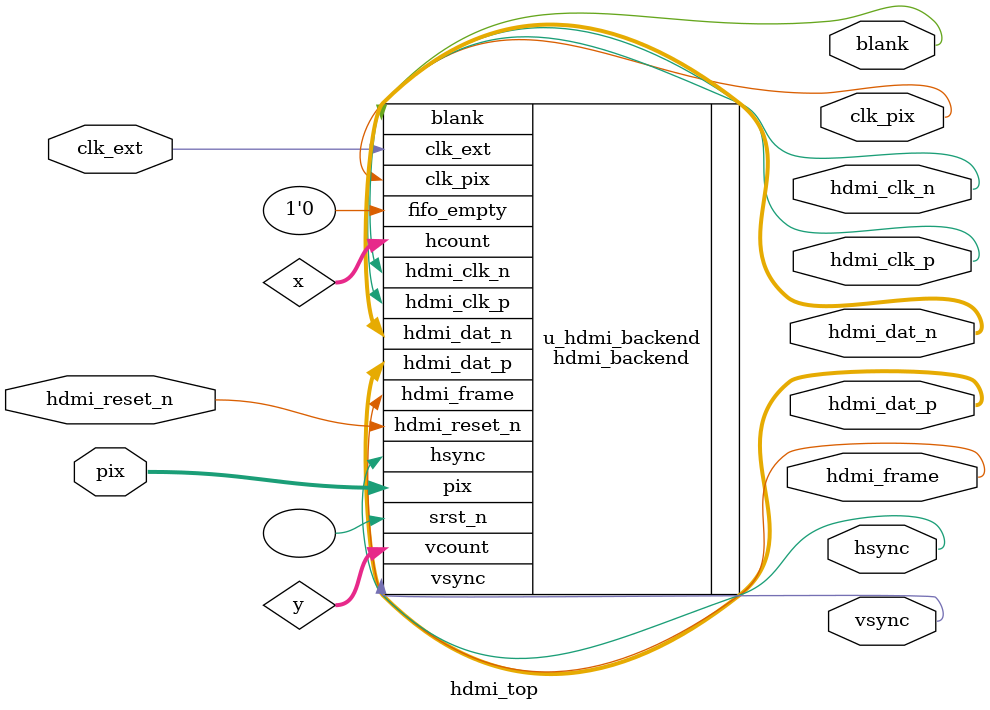
<source format=v>
module hdmi_top (
	clk_ext,
	clk_pix,
	pix,
	hdmi_reset_n,
	hdmi_frame,
	blank,
	vsync,
	hsync,
	hdmi_clk_p,
	hdmi_clk_n,
	hdmi_dat_p,
	hdmi_dat_n
);
	input wire clk_ext;
	output wire clk_pix;
	input wire [23:0] pix;
	input wire hdmi_reset_n;
	output wire hdmi_frame;
	output wire blank;
	output wire vsync;
	output wire hsync;
	output wire hdmi_clk_p;
	output wire hdmi_clk_n;
	output wire [2:0] hdmi_dat_p;
	output wire [2:0] hdmi_dat_n;
	wire [10:0] x;
	wire [10:0] y;
	hdmi_backend u_hdmi_backend(
		.clk_ext(clk_ext),
		.clk_pix(clk_pix),
		.srst_n(),
		.hcount(x),
		.vcount(y),
		.pix(pix),
		.fifo_empty(1'b0),
		.hdmi_reset_n(hdmi_reset_n),
		.hdmi_frame(hdmi_frame),
		.blank(blank),
		.vsync(vsync),
		.hsync(hsync),
		.hdmi_clk_p(hdmi_clk_p),
		.hdmi_clk_n(hdmi_clk_n),
		.hdmi_dat_p(hdmi_dat_p),
		.hdmi_dat_n(hdmi_dat_n)
	);
endmodule

</source>
